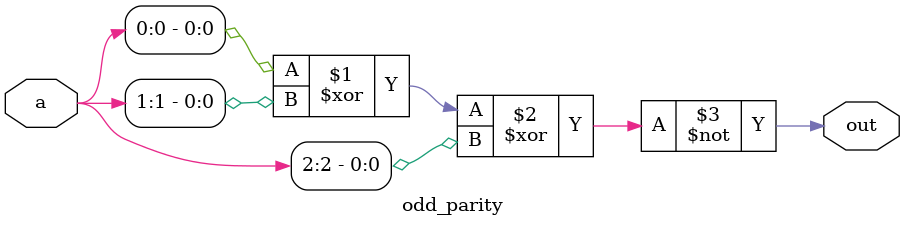
<source format=v>
module odd_parity(input [2:0]a, output out);
assign out=~(a[0]^a[1]^a[2]);
endmodule
</source>
